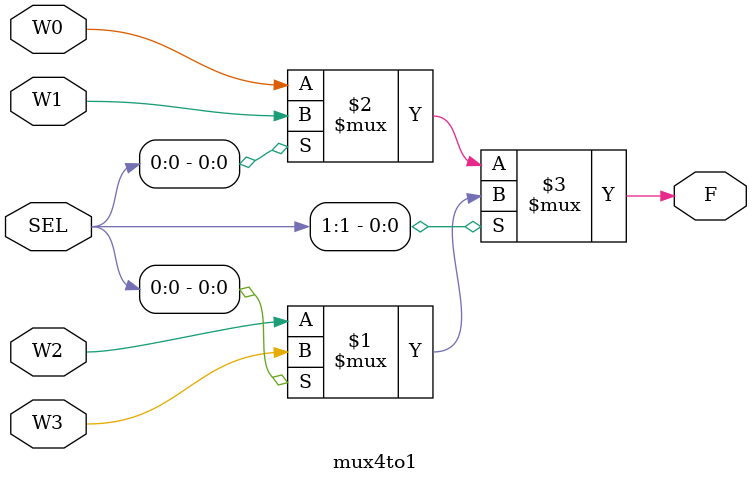
<source format=v>
/*
Joel Brigida
CDA 4240C: Digital Design Lab
This is a 4to1 mux example using a compound ternary operator
*/

module mux4to1 (W0, W1, W2, W3, SEL, F);
    input W0, W1, W2, W3;
    input [1:0] SEL;
    output F;

    assign F = SEL[1] ? (SEL[0] ? W3 : W2) : (SEL[0] ? W1 : W0);

endmodule
</source>
